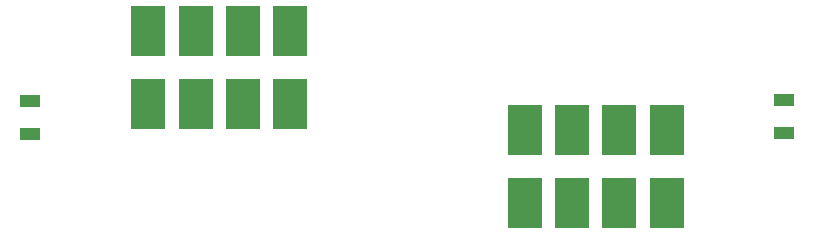
<source format=gbp>
%FSLAX25Y25*%
%MOIN*%
G70*
G01*
G75*
G04 Layer_Color=6049101*
%ADD10P,0.08352X4X75.0*%
%ADD11P,0.08352X4X195.0*%
%ADD12R,0.05906X0.05906*%
%ADD13R,0.05000X0.04000*%
%ADD14C,0.02500*%
%ADD15C,0.05000*%
%ADD16C,0.16500*%
%ADD17C,0.04000*%
%ADD18R,0.08000X0.05000*%
%ADD19R,0.12205X0.17716*%
%ADD20C,0.01000*%
%ADD21C,0.01200*%
%ADD22P,0.06937X4X75.0*%
%ADD23P,0.06937X4X195.0*%
%ADD24R,0.04906X0.04906*%
%ADD25R,0.04000X0.03000*%
%ADD26R,0.07000X0.04000*%
%ADD27R,0.11205X0.16716*%
D26*
X913000Y993000D02*
D03*
Y1004000D02*
D03*
X1164500Y993500D02*
D03*
Y1004500D02*
D03*
D27*
X999744Y1002894D02*
D03*
X983996D02*
D03*
X968248D02*
D03*
X999744Y1027500D02*
D03*
X983996D02*
D03*
X968248D02*
D03*
X952500Y1002894D02*
D03*
Y1027500D02*
D03*
X1125244Y969894D02*
D03*
X1109496D02*
D03*
X1093748D02*
D03*
X1125244Y994500D02*
D03*
X1109496D02*
D03*
X1093748D02*
D03*
X1078000Y969894D02*
D03*
Y994500D02*
D03*
M02*

</source>
